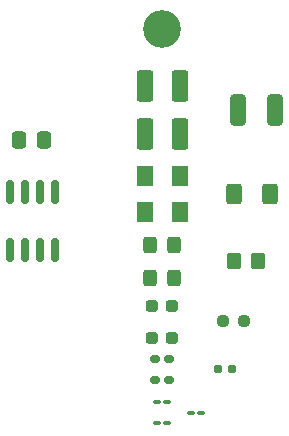
<source format=gts>
G04 #@! TF.GenerationSoftware,KiCad,Pcbnew,(6.0.6)*
G04 #@! TF.CreationDate,2022-07-27T20:36:10+02:00*
G04 #@! TF.ProjectId,smd-challenge,736d642d-6368-4616-9c6c-656e67652e6b,rev?*
G04 #@! TF.SameCoordinates,Original*
G04 #@! TF.FileFunction,Soldermask,Top*
G04 #@! TF.FilePolarity,Negative*
%FSLAX46Y46*%
G04 Gerber Fmt 4.6, Leading zero omitted, Abs format (unit mm)*
G04 Created by KiCad (PCBNEW (6.0.6)) date 2022-07-27 20:36:10*
%MOMM*%
%LPD*%
G01*
G04 APERTURE LIST*
G04 Aperture macros list*
%AMRoundRect*
0 Rectangle with rounded corners*
0 $1 Rounding radius*
0 $2 $3 $4 $5 $6 $7 $8 $9 X,Y pos of 4 corners*
0 Add a 4 corners polygon primitive as box body*
4,1,4,$2,$3,$4,$5,$6,$7,$8,$9,$2,$3,0*
0 Add four circle primitives for the rounded corners*
1,1,$1+$1,$2,$3*
1,1,$1+$1,$4,$5*
1,1,$1+$1,$6,$7*
1,1,$1+$1,$8,$9*
0 Add four rect primitives between the rounded corners*
20,1,$1+$1,$2,$3,$4,$5,0*
20,1,$1+$1,$4,$5,$6,$7,0*
20,1,$1+$1,$6,$7,$8,$9,0*
20,1,$1+$1,$8,$9,$2,$3,0*%
G04 Aperture macros list end*
%ADD10RoundRect,0.250000X-0.350000X-0.450000X0.350000X-0.450000X0.350000X0.450000X-0.350000X0.450000X0*%
%ADD11RoundRect,0.250000X-0.400000X-1.075000X0.400000X-1.075000X0.400000X1.075000X-0.400000X1.075000X0*%
%ADD12RoundRect,0.250001X-0.462499X-1.074999X0.462499X-1.074999X0.462499X1.074999X-0.462499X1.074999X0*%
%ADD13RoundRect,0.250001X0.462499X1.074999X-0.462499X1.074999X-0.462499X-1.074999X0.462499X-1.074999X0*%
%ADD14RoundRect,0.100000X0.217500X0.100000X-0.217500X0.100000X-0.217500X-0.100000X0.217500X-0.100000X0*%
%ADD15RoundRect,0.237500X-0.287500X-0.237500X0.287500X-0.237500X0.287500X0.237500X-0.287500X0.237500X0*%
%ADD16RoundRect,0.150000X0.150000X-0.825000X0.150000X0.825000X-0.150000X0.825000X-0.150000X-0.825000X0*%
%ADD17RoundRect,0.160000X0.222500X0.160000X-0.222500X0.160000X-0.222500X-0.160000X0.222500X-0.160000X0*%
%ADD18RoundRect,0.250000X-0.325000X-0.450000X0.325000X-0.450000X0.325000X0.450000X-0.325000X0.450000X0*%
%ADD19RoundRect,0.250000X-0.337500X-0.475000X0.337500X-0.475000X0.337500X0.475000X-0.337500X0.475000X0*%
%ADD20RoundRect,0.100000X-0.217500X-0.100000X0.217500X-0.100000X0.217500X0.100000X-0.217500X0.100000X0*%
%ADD21C,3.200000*%
%ADD22RoundRect,0.250001X-0.462499X-0.624999X0.462499X-0.624999X0.462499X0.624999X-0.462499X0.624999X0*%
%ADD23RoundRect,0.250000X0.325000X0.450000X-0.325000X0.450000X-0.325000X-0.450000X0.325000X-0.450000X0*%
%ADD24RoundRect,0.250001X0.462499X0.624999X-0.462499X0.624999X-0.462499X-0.624999X0.462499X-0.624999X0*%
%ADD25RoundRect,0.237500X0.287500X0.237500X-0.287500X0.237500X-0.287500X-0.237500X0.287500X-0.237500X0*%
%ADD26RoundRect,0.160000X-0.197500X-0.160000X0.197500X-0.160000X0.197500X0.160000X-0.197500X0.160000X0*%
%ADD27RoundRect,0.160000X-0.222500X-0.160000X0.222500X-0.160000X0.222500X0.160000X-0.222500X0.160000X0*%
%ADD28RoundRect,0.250000X-0.400000X-0.625000X0.400000X-0.625000X0.400000X0.625000X-0.400000X0.625000X0*%
%ADD29RoundRect,0.237500X-0.250000X-0.237500X0.250000X-0.237500X0.250000X0.237500X-0.250000X0.237500X0*%
G04 APERTURE END LIST*
D10*
X130191000Y-123317000D03*
X132191000Y-123317000D03*
D11*
X130530000Y-110490000D03*
X133630000Y-110490000D03*
D12*
X122628000Y-112522000D03*
X125603000Y-112522000D03*
D13*
X125603000Y-108458000D03*
X122628000Y-108458000D03*
D14*
X124485800Y-135255000D03*
X123670800Y-135255000D03*
D15*
X123204000Y-129794000D03*
X124954000Y-129794000D03*
D16*
X111252000Y-122363000D03*
X112522000Y-122363000D03*
X113792000Y-122363000D03*
X115062000Y-122363000D03*
X115062000Y-117413000D03*
X113792000Y-117413000D03*
X112522000Y-117413000D03*
X111252000Y-117413000D03*
D17*
X123520500Y-131572000D03*
X124665500Y-131572000D03*
D18*
X123045000Y-124714000D03*
X125095000Y-124714000D03*
D19*
X111992500Y-113030000D03*
X114067500Y-113030000D03*
D20*
X127381000Y-136144000D03*
X126566000Y-136144000D03*
D21*
X124104400Y-103632000D03*
D22*
X122628000Y-119126000D03*
X125603000Y-119126000D03*
D23*
X125095000Y-121920000D03*
X123045000Y-121920000D03*
D24*
X122628000Y-116078000D03*
X125603000Y-116078000D03*
D25*
X124968000Y-127127000D03*
X123218000Y-127127000D03*
D26*
X128853000Y-132461000D03*
X130048000Y-132461000D03*
D27*
X123518200Y-133350000D03*
X124663200Y-133350000D03*
D20*
X123670800Y-137033000D03*
X124485800Y-137033000D03*
D28*
X130149000Y-117602000D03*
X133249000Y-117602000D03*
D29*
X129239000Y-128397000D03*
X131064000Y-128397000D03*
M02*

</source>
